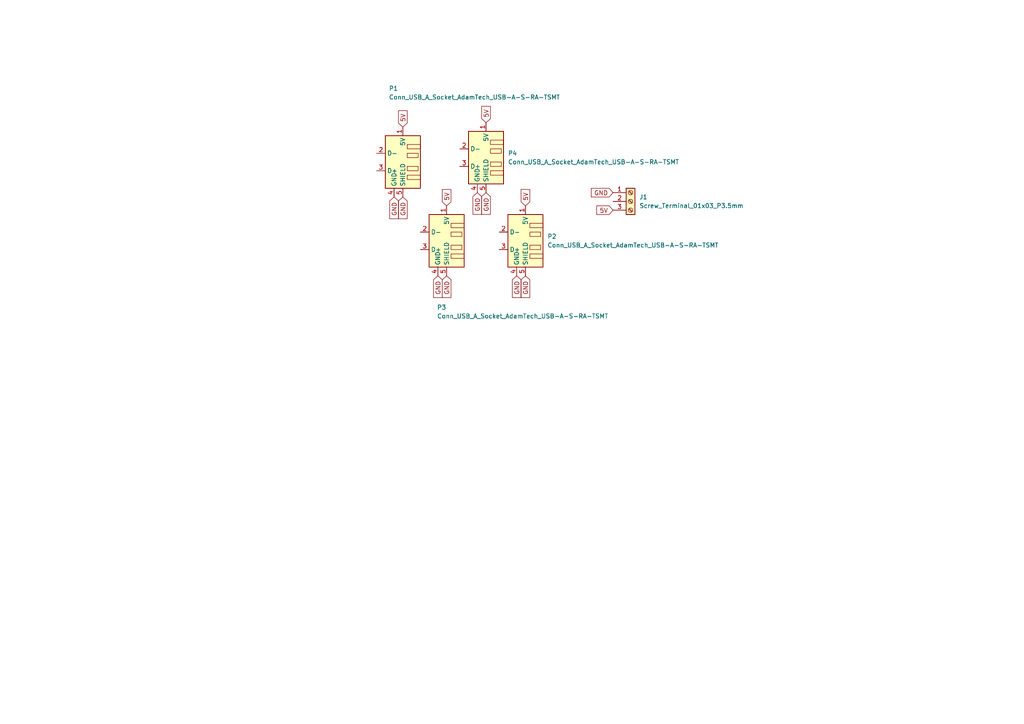
<source format=kicad_sch>
(kicad_sch (version 20231120) (generator "eeschema") (generator_version "8.0")
  (paper "A4")
  (lib_symbols
    (symbol "fab:Conn_USB_A_Socket_AdamTech_USB-A-S-RA-TSMT"
      (property "Reference" "P" (at -5.08 8.89 0))
      (property "Value" "Conn_USB_A_Socket_AdamTech_USB-A-S-RA-TSMT" (at 1.27 8.89 0))
      (symbol "Conn_USB_A_Socket_AdamTech_USB-A-S-RA-TSMT_0_1"
        (rectangle (start -5.08 7.62) (end 5.08 -7.62) (stroke (width 0.254)) (fill (type background)))
        (rectangle (start 1.27 -3.81) (end 5.08 -5.08))
        (rectangle (start 1.27 -1.27) (end 4.445 -2.54))
        (rectangle (start 1.27 2.54) (end 4.445 1.27))
        (rectangle (start 1.27 5.08) (end 5.08 3.81))
      )
      (symbol "Conn_USB_A_Socket_AdamTech_USB-A-S-RA-TSMT_1_1"
        (pin power_in line (at 0 10.16 270) (length 2.54) (name "5V") (number "1"))
        (pin bidirectional line (at -7.62 2.54 0) (length 2.54) (name "D-") (number "2"))
        (pin bidirectional line (at -7.62 -2.54 0) (length 2.54) (name "D+") (number "3"))
        (pin power_in line (at -2.54 -10.16 90) (length 2.54) (name "GND") (number "4"))
        (pin passive line (at 0 -10.16 90) (length 2.54) (name "SHIELD") (number "5"))
      )
    )
    (symbol "fab:Screw_Terminal_01x03_P3.5mm" (pin_names (offset 1.016) hide)
      (property "Reference" "J" (at 0 5.08 0))
      (property "Value" "Screw_Terminal_01x03_P3.5mm" (at 0 -5.08 0))
      (symbol "Screw_Terminal_01x03_P3.5mm_1_1"
        (rectangle (start -1.27 3.81) (end 1.27 -3.81) (stroke (width 0.254)) (fill (type background)))
        (circle (center 0 -2.54) (radius 0.635) (stroke (width 0.1524)))
        (polyline (pts (xy -0.5334 -2.2098) (xy 0.3302 -3.048)) (stroke (width 0.1524)))
        (polyline (pts (xy -0.5334 0.3302) (xy 0.3302 -0.508)) (stroke (width 0.1524)))
        (polyline (pts (xy -0.5334 2.8702) (xy 0.3302 2.032)) (stroke (width 0.1524)))
        (polyline (pts (xy -0.3556 -2.032) (xy 0.508 -2.8702)) (stroke (width 0.1524)))
        (polyline (pts (xy -0.3556 0.508) (xy 0.508 -0.3302)) (stroke (width 0.1524)))
        (polyline (pts (xy -0.3556 3.048) (xy 0.508 2.2098)) (stroke (width 0.1524)))
        (circle (center 0 0) (radius 0.635) (stroke (width 0.1524)))
        (circle (center 0 2.54) (radius 0.635) (stroke (width 0.1524)))
        (pin passive line (at -5.08 2.54 0) (length 3.81) (name "Pin_1") (number "1"))
        (pin passive line (at -5.08 0 0) (length 3.81) (name "Pin_2") (number "2"))
        (pin passive line (at -5.08 -2.54 0) (length 3.81) (name "Pin_3") (number "3"))
      )
    )
  )
  (global_label "GND" (shape input) (at 138.43 55.88 270) (property "Intersheetrefs" "${INTERSHEET_REFS}" (effects (hide yes))))
  (global_label "GND" (shape input) (at 116.84 57.15 270) (property "Intersheetrefs" "${INTERSHEET_REFS}" (effects (hide yes))))
  (global_label "GND" (shape input) (at 149.86 80.01 270) (property "Intersheetrefs" "${INTERSHEET_REFS}" (effects (hide yes))))
  (global_label "5V" (shape input) (at 116.84 36.83 90) (property "Intersheetrefs" "${INTERSHEET_REFS}" (effects (hide yes))))
  (global_label "5V" (shape input) (at 129.54 59.69 90) (property "Intersheetrefs" "${INTERSHEET_REFS}" (effects (hide yes))))
  (global_label "5V" (shape input) (at 140.97 35.56 90) (property "Intersheetrefs" "${INTERSHEET_REFS}" (effects (hide yes))))
  (global_label "GND" (shape input) (at 140.97 55.88 270) (property "Intersheetrefs" "${INTERSHEET_REFS}" (effects (hide yes))))
  (global_label "GND" (shape input) (at 152.4 80.01 270) (property "Intersheetrefs" "${INTERSHEET_REFS}" (effects (hide yes))))
  (global_label "GND" (shape input) (at 127 80.01 270) (property "Intersheetrefs" "${INTERSHEET_REFS}" (effects (hide yes))))
  (global_label "5V" (shape input) (at 152.4 59.69 90) (property "Intersheetrefs" "${INTERSHEET_REFS}" (effects (hide yes))))
  (global_label "GND" (shape input) (at 177.8 55.88 180) (property "Intersheetrefs" "${INTERSHEET_REFS}" (effects (hide yes))))
  (global_label "GND" (shape input) (at 129.54 80.01 270) (property "Intersheetrefs" "${INTERSHEET_REFS}" (effects (hide yes))))
  (global_label "GND" (shape input) (at 114.3 57.15 270) (property "Intersheetrefs" "${INTERSHEET_REFS}" (effects (hide yes))))
  (global_label "5V" (shape input) (at 177.8 60.96 180) (property "Intersheetrefs" "${INTERSHEET_REFS}" (effects (hide yes))))
  (symbol (lib_id "fab:Conn_USB_A_Socket_AdamTech_USB-A-S-RA-TSMT") (at 116.84 46.99 0) (unit 1)
    (property "Reference" "P1" (at 112.776 25.654 0) (effects (justify left)))
    (property "Value" "Conn_USB_A_Socket_AdamTech_USB-A-S-RA-TSMT" (at 112.776 28.194 0) (effects (justify left)))
    (property "Footprint" "Connector_USB:USB_A_CONNFLY_DS1095-WNR0" (effects (hide yes)))
    (property "Datasheet" "https://app.adam-tech.com/products/download/data_sheet/195862/usb-a-s-ra-tsmt-data-sheet.pdf" (effects (hide yes)))
    (property "Description" "USB-A (USB TYPE-A) USB 2.0 Receptacle Connector 4 Position Surface Mount, Right Angle" (effects (hide yes)))
  )
  (symbol (lib_id "fab:Conn_USB_A_Socket_AdamTech_USB-A-S-RA-TSMT") (at 129.54 69.85 0) (unit 1)
    (property "Reference" "P3" (at 126.746 89.154 0) (effects (justify left)))
    (property "Value" "Conn_USB_A_Socket_AdamTech_USB-A-S-RA-TSMT" (at 126.746 91.694 0) (effects (justify left)))
    (property "Footprint" "Connector_USB:USB_A_CONNFLY_DS1095-WNR0" (effects (hide yes)))
    (property "Datasheet" "https://app.adam-tech.com/products/download/data_sheet/195862/usb-a-s-ra-tsmt-data-sheet.pdf" (effects (hide yes)))
    (property "Description" "USB-A (USB TYPE-A) USB 2.0 Receptacle Connector 4 Position Surface Mount, Right Angle" (effects (hide yes)))
  )
  (symbol (lib_id "fab:Conn_USB_A_Socket_AdamTech_USB-A-S-RA-TSMT") (at 140.97 45.72 0) (unit 1)
    (property "Reference" "P4" (at 147.32 44.4499 0) (effects (justify left)))
    (property "Value" "Conn_USB_A_Socket_AdamTech_USB-A-S-RA-TSMT" (at 147.32 46.9899 0) (effects (justify left)))
    (property "Footprint" "Connector_USB:USB_A_CONNFLY_DS1095-WNR0" (effects (hide yes)))
    (property "Datasheet" "https://app.adam-tech.com/products/download/data_sheet/195862/usb-a-s-ra-tsmt-data-sheet.pdf" (effects (hide yes)))
    (property "Description" "USB-A (USB TYPE-A) USB 2.0 Receptacle Connector 4 Position Surface Mount, Right Angle" (effects (hide yes)))
  )
  (symbol (lib_id "fab:Screw_Terminal_01x03_P3.5mm") (at 182.88 58.42 0) (unit 1)
    (property "Reference" "J1" (at 185.42 57.1499 0) (effects (justify left)))
    (property "Value" "Screw_Terminal_01x03_P3.5mm" (at 185.42 59.6899 0) (effects (justify left)))
    (property "Footprint" "fab:TerminalBlock_OnShore_1x03_P3.50mm_Horizontal" (effects (hide yes)))
    (property "Datasheet" "www.on-shore.com/wp-content/uploads/ED555XDS.pdf" (effects (hide yes)))
    (property "Description" "TERM BLK 3POS SIDE ENT 3.5MM PCB" (effects (hide yes)))
  )
  (symbol (lib_id "fab:Conn_USB_A_Socket_AdamTech_USB-A-S-RA-TSMT") (at 152.4 69.85 0) (unit 1)
    (property "Reference" "P2" (at 158.75 68.5799 0) (effects (justify left)))
    (property "Value" "Conn_USB_A_Socket_AdamTech_USB-A-S-RA-TSMT" (at 158.75 71.1199 0) (effects (justify left)))
    (property "Footprint" "Connector_USB:USB_A_CONNFLY_DS1095-WNR0" (effects (hide yes)))
    (property "Datasheet" "https://app.adam-tech.com/products/download/data_sheet/195862/usb-a-s-ra-tsmt-data-sheet.pdf" (effects (hide yes)))
    (property "Description" "USB-A (USB TYPE-A) USB 2.0 Receptacle Connector 4 Position Surface Mount, Right Angle" (effects (hide yes)))
  )
)
</source>
